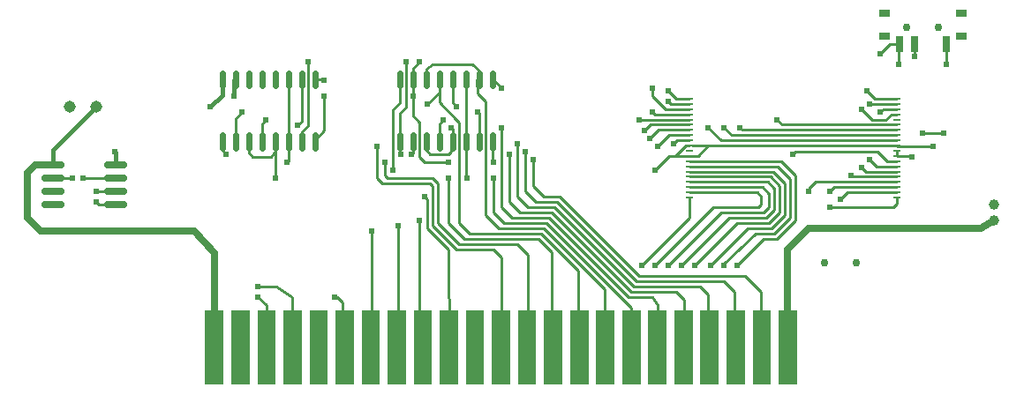
<source format=gtl>
G04 Layer: TopLayer*
G04 EasyEDA v5.9.42, Mon, 13 May 2019 22:36:32 GMT*
G04 18fdc59d78804919a667ee1bdc29a187*
G04 Gerber Generator version 0.2*
G04 Scale: 100 percent, Rotated: No, Reflected: No *
G04 Dimensions in inches *
G04 leading zeros omitted , absolute positions ,2 integer and 4 decimal *
%FSLAX24Y24*%
%MOIN*%
G90*
G70D02*

%ADD10C,0.010000*%
%ADD11C,0.025000*%
%ADD12C,0.015000*%
%ADD13C,0.023622*%
%ADD14C,0.027559*%
%ADD15C,0.024400*%
%ADD16R,0.027560X0.007870*%
%ADD17R,0.039400X0.031500*%
%ADD18R,0.027600X0.059100*%
%ADD19C,0.039370*%
%ADD20C,0.045000*%
%ADD21C,0.030000*%

%LPD*%
G54D10*
G01X18351Y9354D02*
G01X18351Y11694D01*
G01X11651Y9354D02*
G01X11651Y9974D01*
G01X11651Y9974D02*
G01X11651Y11694D01*
G01X11151Y9354D02*
G01X11151Y7974D01*
G01X17351Y11694D02*
G01X17351Y10834D01*
G01X18011Y10174D01*
G01X18111Y10074D01*
G01X18111Y6274D01*
G01X18511Y5874D01*
G01X21211Y5874D01*
G01X22611Y4474D01*
G01X22611Y1600D01*
G01X22637Y1574D01*
G01X18851Y11694D02*
G01X18759Y11694D01*
G01X18802Y11183D01*
G01X19111Y10874D01*
G01X19111Y8774D01*
G01X19111Y8374D01*
G01X19111Y6574D01*
G01X19611Y6074D01*
G01X21311Y6074D01*
G01X23611Y3774D01*
G01X23611Y1584D01*
G01X23621Y1574D01*
G01X19411Y7974D02*
G01X19411Y6674D01*
G01X19411Y6674D01*
G01X19811Y6274D01*
G01X21411Y6274D01*
G01X24611Y3074D01*
G01X24605Y1574D01*
G01X25590Y1574D02*
G01X25611Y3174D01*
G01X25411Y3474D01*
G01X24511Y3474D01*
G01X21511Y6474D01*
G01X20111Y6474D01*
G01X19711Y6874D01*
G01X19711Y9874D01*
G01X26574Y1574D02*
G01X26611Y1574D01*
G01X26611Y3374D01*
G01X26311Y3674D01*
G01X24611Y3674D01*
G01X21611Y6674D01*
G01X20411Y6674D01*
G01X20011Y7074D01*
G01X20011Y8874D01*
G01X5141Y7474D02*
G01X4411Y7474D01*
G01X34646Y8415D02*
G01X33870Y8415D01*
G01X33611Y8674D01*
G01X34646Y8218D02*
G01X33467Y8218D01*
G01X33311Y8374D01*
G01X34646Y8021D02*
G01X32964Y8021D01*
G01X32911Y8074D01*
G01X34646Y7627D02*
G01X32264Y7627D01*
G01X32111Y7474D01*
G01X34646Y10974D02*
G01X33811Y10974D01*
G01X33511Y11274D01*
G01X34646Y10778D02*
G01X33614Y10778D01*
G01X33611Y10774D01*
G01X12651Y11694D02*
G01X12991Y11694D01*
G01X13011Y11674D01*
G01X26811Y10974D02*
G01X26311Y10974D01*
G01X26011Y11274D01*
G01X26811Y10383D02*
G01X25502Y10383D01*
G01X25411Y10474D01*
G01X26811Y10187D02*
G01X24924Y10187D01*
G01X24911Y10174D01*
G01X10151Y9354D02*
G01X10151Y8934D01*
G01X10311Y8774D01*
G01X10911Y8774D01*
G01X11011Y8774D01*
G01X11151Y8994D01*
G01X10651Y9354D02*
G01X10651Y10014D01*
G01X10811Y10174D01*
G01X17851Y11694D02*
G01X17851Y10834D01*
G01X18011Y10674D01*
G01X18851Y9354D02*
G01X18851Y10434D01*
G01X18811Y10474D01*
G01X16851Y9354D02*
G01X16851Y9034D01*
G01X17011Y8874D01*
G01X17711Y8874D01*
G01X17811Y8974D01*
G01X17811Y9314D01*
G01X17851Y9354D01*
G01X17351Y9354D02*
G01X17351Y10014D01*
G01X17511Y10174D01*
G01X9651Y9354D02*
G01X9651Y10214D01*
G01X9911Y10474D01*
G01X17351Y11694D02*
G01X17351Y11214D01*
G01X16911Y10774D01*
G01X9151Y9354D02*
G01X9151Y9034D01*
G01X9311Y8874D01*
G01X15851Y9354D02*
G01X15851Y8934D01*
G01X15911Y8874D01*
G01X26811Y9399D02*
G01X26336Y9399D01*
G01X26211Y9274D01*
G01X26811Y8415D02*
G01X30129Y8415D01*
G01X30611Y7933D01*
G01X30611Y6474D01*
G01X30011Y5874D01*
G01X29311Y5874D01*
G01X28111Y4733D01*
G01X26811Y8218D02*
G01X29967Y8218D01*
G01X30411Y7774D01*
G01X30411Y6574D01*
G01X29911Y6074D01*
G01X29011Y6074D01*
G01X27611Y4674D01*
G01X26811Y8021D02*
G01X29864Y8021D01*
G01X30211Y7674D01*
G01X30211Y6674D01*
G01X29811Y6274D01*
G01X28611Y6274D01*
G01X27011Y4674D01*
G01X26811Y7825D02*
G01X29761Y7825D01*
G01X30011Y7574D01*
G01X30011Y6774D01*
G01X29711Y6474D01*
G01X28311Y6474D01*
G01X26511Y4674D01*
G01X26811Y7628D02*
G01X29558Y7628D01*
G01X29811Y7374D01*
G01X29811Y6874D01*
G01X29611Y6674D01*
G01X28011Y6674D01*
G01X26011Y4674D01*
G01X26811Y7431D02*
G01X29355Y7431D01*
G01X29511Y7274D01*
G01X29511Y6974D01*
G01X29411Y6874D01*
G01X27711Y6874D01*
G01X25511Y4674D01*
G01X26811Y7234D02*
G01X26811Y6474D01*
G01X25011Y4674D01*
G01X26811Y8612D02*
G01X30273Y8612D01*
G01X30811Y8074D01*
G01X30811Y6374D01*
G01X30111Y5674D01*
G01X29611Y5674D01*
G01X29511Y5574D01*
G01X28611Y4674D01*
G01X34646Y7431D02*
G01X32768Y7431D01*
G01X32511Y7174D01*
G01X34646Y7234D02*
G01X34646Y7009D01*
G01X34511Y6874D01*
G01X32111Y6874D01*
G01X34646Y7824D02*
G01X31561Y7824D01*
G01X31311Y7574D01*
G01X31311Y7474D01*
G01X35311Y12574D02*
G01X35311Y12934D01*
G01X34646Y9990D02*
G01X30295Y9990D01*
G01X30111Y10174D01*
G01X34746Y9203D02*
G01X28811Y9203D01*
G01X28811Y9203D02*
G01X26911Y9203D01*
G01X26811Y8809D02*
G01X27118Y8809D01*
G01X27511Y9203D01*
G01X34646Y8612D02*
G01X34273Y8612D01*
G01X33911Y8974D01*
G01X30811Y8974D01*
G01X30711Y8874D01*
G01X34646Y9006D02*
G01X34646Y8809D01*
G01X34646Y8809D02*
G01X35211Y8809D01*
G01X35211Y8774D01*
G01X34646Y9202D02*
G01X34674Y9174D01*
G01X36011Y9174D01*
G54D11*
G01X8858Y1574D02*
G01X8858Y5128D01*
G01X8111Y5974D01*
G01X2311Y5974D01*
G01X1811Y6474D01*
G01X1811Y8174D01*
G01X2111Y8474D01*
G01X2761Y8474D01*
G54D12*
G01X2761Y8474D02*
G01X2761Y9024D01*
G01X4411Y10674D01*
G01X5141Y8474D02*
G01X5141Y8944D01*
G01X5111Y8974D01*
G01X9151Y11694D02*
G01X9151Y11114D01*
G01X8711Y10674D01*
G54D10*
G01X16351Y11694D02*
G01X16351Y11074D01*
G01X19351Y9354D02*
G01X19351Y8634D01*
G01X19411Y8574D01*
G01X26811Y10777D02*
G01X26108Y10777D01*
G01X26011Y10874D01*
G01X26811Y8809D02*
G01X26046Y8809D01*
G01X25511Y8274D01*
G01X26811Y9203D02*
G01X26672Y9203D01*
G01X26278Y8809D01*
G54D11*
G01X30511Y1574D02*
G01X30511Y5274D01*
G01X31311Y6074D01*
G01X37811Y6074D01*
G01X38311Y6374D01*
G54D10*
G01X34711Y12274D02*
G01X34711Y13024D01*
G01X34721Y13034D01*
G01X17711Y7974D02*
G01X17711Y6274D01*
G01X18311Y5674D01*
G01X21111Y5674D01*
G01X21611Y5174D01*
G01X21611Y1616D01*
G01X21653Y1574D01*
G01X15311Y8574D02*
G01X15311Y8074D01*
G01X15411Y7974D01*
G01X17011Y7974D01*
G01X17111Y7974D01*
G01X17311Y7774D01*
G01X17311Y6274D01*
G01X18111Y5474D01*
G01X20311Y5474D01*
G01X20711Y5074D01*
G01X20711Y1614D01*
G01X20669Y1574D01*
G01X15011Y9174D02*
G01X15011Y7974D01*
G01X15211Y7774D01*
G01X17011Y7774D01*
G01X17111Y7674D01*
G01X17111Y6174D01*
G01X18011Y5274D01*
G01X19411Y5274D01*
G01X19711Y4974D01*
G01X19711Y1601D01*
G01X19684Y1574D01*
G01X16611Y6374D02*
G01X16611Y1695D01*
G01X16732Y1574D01*
G01X15811Y6174D02*
G01X15811Y1638D01*
G01X15747Y1574D01*
G01X14811Y5974D02*
G01X14811Y1622D01*
G01X14763Y1574D01*
G01X10826Y1574D02*
G01X10826Y3159D01*
G01X10511Y3474D01*
G01X2761Y7974D02*
G01X3511Y7974D01*
G01X3911Y7974D02*
G01X5141Y7974D01*
G01X11811Y1574D02*
G01X11811Y3475D01*
G01X11211Y3874D01*
G01X10511Y3874D01*
G54D12*
G01X9611Y11074D02*
G01X9611Y11654D01*
G01X9651Y11694D01*
G54D10*
G01X34646Y9793D02*
G01X28792Y9793D01*
G01X28711Y9874D01*
G01X34646Y9596D02*
G01X28389Y9596D01*
G01X28111Y9874D01*
G01X34646Y9400D02*
G01X27986Y9400D01*
G01X27511Y9874D01*
G01X17716Y1574D02*
G01X17711Y5274D01*
G01X16911Y6074D01*
G01X16911Y7174D01*
G01X16811Y7274D01*
G01X34011Y12674D02*
G01X34371Y13034D01*
G01X34721Y13034D01*
G01X17851Y9354D02*
G01X17851Y9834D01*
G01X17811Y9874D01*
G01X16311Y8874D02*
G01X16351Y8914D01*
G01X16351Y9354D01*
G01X19351Y11694D02*
G01X19391Y11694D01*
G01X19711Y11374D01*
G01X16351Y11694D02*
G01X16351Y12114D01*
G01X16611Y12374D01*
G01X13411Y3474D02*
G01X13511Y3474D01*
G01X13711Y3274D01*
G01X13711Y1642D01*
G01X13779Y1574D01*
G01X34646Y10384D02*
G01X34421Y10384D01*
G01X34211Y10174D01*
G01X33711Y10174D01*
G01X33311Y10574D01*
G01X34646Y10581D02*
G01X34118Y10581D01*
G01X34011Y10474D01*
G01X18411Y7974D02*
G01X18351Y8034D01*
G01X18351Y9354D01*
G01X16851Y11694D02*
G01X16851Y12114D01*
G01X17111Y12274D01*
G01X18611Y12274D01*
G01X18851Y12034D01*
G01X18851Y11694D01*
G01X36501Y13034D02*
G01X36501Y12284D01*
G01X36511Y12274D01*
G01X26811Y9990D02*
G01X25327Y9990D01*
G01X25111Y9774D01*
G01X26811Y9793D02*
G01X25630Y9793D01*
G01X25311Y9474D01*
G01X26811Y9596D02*
G01X26033Y9596D01*
G01X25611Y9174D01*
G01X20311Y9274D02*
G01X20311Y7274D01*
G01X20711Y6874D01*
G01X21711Y6874D01*
G01X24711Y3874D01*
G01X27211Y3874D01*
G01X27511Y3574D01*
G01X27511Y1624D01*
G01X27558Y1574D01*
G01X20611Y8974D02*
G01X20611Y7474D01*
G01X21011Y7074D01*
G01X21811Y7074D01*
G01X24811Y4074D01*
G01X28111Y4074D01*
G01X28511Y3674D01*
G01X28511Y1606D01*
G01X28543Y1574D01*
G01X20911Y8674D02*
G01X20911Y7674D01*
G01X21311Y7274D01*
G01X21911Y7274D01*
G01X24911Y4274D01*
G01X28911Y4274D01*
G01X29511Y3674D01*
G01X29511Y1594D01*
G01X29527Y1574D01*
G01X26811Y10581D02*
G01X25905Y10581D01*
G01X25411Y11074D01*
G01X25411Y11374D01*
G01X15851Y9354D02*
G01X15851Y10414D01*
G01X16111Y10674D01*
G01X16111Y12374D01*
G01X12151Y9354D02*
G01X12151Y9714D01*
G01X12411Y9974D01*
G01X12411Y12374D01*
G01X12651Y9354D02*
G01X12651Y9414D01*
G01X13011Y9774D01*
G01X13011Y11074D01*
G01X11651Y9354D02*
G01X11651Y8614D01*
G01X11611Y8574D01*
G01X12011Y9974D02*
G01X12151Y10114D01*
G01X12151Y11694D01*
G01X35611Y9674D02*
G01X36411Y9674D01*
G01X15851Y11694D02*
G01X15851Y10814D01*
G01X15611Y10574D01*
G01X15611Y9374D01*
G01X15611Y8274D01*
G01X5141Y6974D02*
G01X4511Y6974D01*
G01X4411Y7074D01*
G01X16351Y11074D02*
G01X16351Y10334D01*
G01X16611Y10074D01*
G01X16611Y8774D01*
G01X16811Y8574D01*
G01X17711Y8574D01*
G54D13*
G01X19351Y11458D02*
G01X19351Y11931D01*
G01X18851Y11458D02*
G01X18851Y11931D01*
G01X18351Y11458D02*
G01X18351Y11931D01*
G01X17851Y11458D02*
G01X17851Y11931D01*
G01X17351Y11458D02*
G01X17351Y11931D01*
G01X16851Y11458D02*
G01X16851Y11931D01*
G01X16351Y11458D02*
G01X16351Y11931D01*
G01X15851Y11458D02*
G01X15851Y11931D01*
G01X19351Y9118D02*
G01X19351Y9591D01*
G01X18851Y9118D02*
G01X18851Y9591D01*
G01X18351Y9118D02*
G01X18351Y9591D01*
G01X17851Y9118D02*
G01X17851Y9591D01*
G01X17351Y9118D02*
G01X17351Y9591D01*
G01X16851Y9118D02*
G01X16851Y9591D01*
G01X16351Y9118D02*
G01X16351Y9591D01*
G01X15851Y9118D02*
G01X15851Y9591D01*
G01X12651Y11458D02*
G01X12651Y11931D01*
G01X12151Y11458D02*
G01X12151Y11931D01*
G01X11651Y11458D02*
G01X11651Y11931D01*
G01X11151Y11458D02*
G01X11151Y11931D01*
G01X10651Y11458D02*
G01X10651Y11931D01*
G01X10151Y11458D02*
G01X10151Y11931D01*
G01X9651Y11458D02*
G01X9651Y11931D01*
G01X9151Y11458D02*
G01X9151Y11931D01*
G01X12651Y9118D02*
G01X12651Y9591D01*
G01X12151Y9118D02*
G01X12151Y9591D01*
G01X11651Y9118D02*
G01X11651Y9591D01*
G01X11151Y9118D02*
G01X11151Y9591D01*
G01X10651Y9118D02*
G01X10651Y9591D01*
G01X10151Y9118D02*
G01X10151Y9591D01*
G01X9651Y9118D02*
G01X9651Y9591D01*
G01X9151Y9118D02*
G01X9151Y9591D01*
G54D14*
G01X2466Y8474D02*
G01X3056Y8474D01*
G01X2466Y7974D02*
G01X3056Y7974D01*
G01X2466Y7474D02*
G01X3056Y7474D01*
G01X2466Y6974D02*
G01X3056Y6974D01*
G01X4846Y8474D02*
G01X5436Y8474D01*
G01X4846Y7974D02*
G01X5436Y7974D01*
G01X4846Y7474D02*
G01X5436Y7474D01*
G01X4846Y6974D02*
G01X5436Y6974D01*
G54D16*
G01X26811Y10974D03*
G01X26811Y10778D03*
G01X26811Y10581D03*
G01X26811Y10384D03*
G01X26811Y10187D03*
G01X26811Y9990D03*
G01X26811Y9793D03*
G01X26811Y9596D03*
G01X26811Y9400D03*
G01X26811Y9203D03*
G01X26811Y9006D03*
G01X26811Y8809D03*
G01X26811Y8612D03*
G01X26811Y8415D03*
G01X26811Y8218D03*
G01X26811Y8022D03*
G01X26811Y7825D03*
G01X26811Y7628D03*
G01X26811Y7431D03*
G01X26811Y7234D03*
G01X34646Y7234D03*
G01X34646Y7431D03*
G01X34646Y7628D03*
G01X34646Y7825D03*
G01X34646Y8022D03*
G01X34646Y8218D03*
G01X34646Y8415D03*
G01X34646Y8612D03*
G01X34646Y8809D03*
G01X34646Y9006D03*
G01X34646Y9203D03*
G01X34646Y9400D03*
G01X34646Y9596D03*
G01X34646Y9793D03*
G01X34646Y9990D03*
G01X34646Y10187D03*
G01X34646Y10384D03*
G01X34646Y10581D03*
G01X34646Y10778D03*
G01X34646Y10974D03*
G36*
G01X30167Y2981D02*
G01X30856Y2981D01*
G01X30856Y166D01*
G01X30167Y166D01*
G01X30167Y2981D01*
G37*
G36*
G01X29182Y2981D02*
G01X29871Y2981D01*
G01X29871Y166D01*
G01X29182Y166D01*
G01X29182Y2981D01*
G37*
G36*
G01X28198Y2981D02*
G01X28887Y2981D01*
G01X28887Y166D01*
G01X28198Y166D01*
G01X28198Y2981D01*
G37*
G36*
G01X27214Y2981D02*
G01X27903Y2981D01*
G01X27903Y166D01*
G01X27214Y166D01*
G01X27214Y2981D01*
G37*
G36*
G01X26230Y2981D02*
G01X26919Y2981D01*
G01X26919Y166D01*
G01X26230Y166D01*
G01X26230Y2981D01*
G37*
G36*
G01X25245Y2981D02*
G01X25934Y2981D01*
G01X25934Y166D01*
G01X25245Y166D01*
G01X25245Y2981D01*
G37*
G36*
G01X24261Y2981D02*
G01X24950Y2981D01*
G01X24950Y166D01*
G01X24261Y166D01*
G01X24261Y2981D01*
G37*
G36*
G01X23277Y2981D02*
G01X23966Y2981D01*
G01X23966Y166D01*
G01X23277Y166D01*
G01X23277Y2981D01*
G37*
G36*
G01X22293Y2981D02*
G01X22982Y2981D01*
G01X22982Y166D01*
G01X22293Y166D01*
G01X22293Y2981D01*
G37*
G36*
G01X21308Y2981D02*
G01X21997Y2981D01*
G01X21997Y166D01*
G01X21308Y166D01*
G01X21308Y2981D01*
G37*
G36*
G01X20324Y2981D02*
G01X21013Y2981D01*
G01X21013Y166D01*
G01X20324Y166D01*
G01X20324Y2981D01*
G37*
G36*
G01X19340Y2981D02*
G01X20029Y2981D01*
G01X20029Y166D01*
G01X19340Y166D01*
G01X19340Y2981D01*
G37*
G36*
G01X18356Y2981D02*
G01X19045Y2981D01*
G01X19045Y166D01*
G01X18356Y166D01*
G01X18356Y2981D01*
G37*
G36*
G01X17371Y2981D02*
G01X18060Y2981D01*
G01X18060Y166D01*
G01X17371Y166D01*
G01X17371Y2981D01*
G37*
G36*
G01X16387Y2981D02*
G01X17076Y2981D01*
G01X17076Y166D01*
G01X16387Y166D01*
G01X16387Y2981D01*
G37*
G36*
G01X15403Y2981D02*
G01X16092Y2981D01*
G01X16092Y166D01*
G01X15403Y166D01*
G01X15403Y2981D01*
G37*
G36*
G01X14419Y2981D02*
G01X15108Y2981D01*
G01X15108Y166D01*
G01X14419Y166D01*
G01X14419Y2981D01*
G37*
G36*
G01X13434Y2981D02*
G01X14123Y2981D01*
G01X14123Y166D01*
G01X13434Y166D01*
G01X13434Y2981D01*
G37*
G36*
G01X12450Y2981D02*
G01X13139Y2981D01*
G01X13139Y166D01*
G01X12450Y166D01*
G01X12450Y2981D01*
G37*
G36*
G01X11466Y2981D02*
G01X12155Y2981D01*
G01X12155Y166D01*
G01X11466Y166D01*
G01X11466Y2981D01*
G37*
G36*
G01X10482Y2981D02*
G01X11171Y2981D01*
G01X11171Y166D01*
G01X10482Y166D01*
G01X10482Y2981D01*
G37*
G36*
G01X9497Y2981D02*
G01X10186Y2981D01*
G01X10186Y166D01*
G01X9497Y166D01*
G01X9497Y2981D01*
G37*
G36*
G01X8513Y2981D02*
G01X9202Y2981D01*
G01X9202Y166D01*
G01X8513Y166D01*
G01X8513Y2981D01*
G37*
G54D17*
G01X37071Y14204D03*
G01X37071Y13344D03*
G01X34151Y13344D03*
G01X34151Y14204D03*
G54D18*
G01X36501Y13034D03*
G01X35311Y13034D03*
G01X34721Y13034D03*
G54D19*
G01X38311Y6374D03*
G01X38311Y6965D03*
G54D20*
G01X3411Y10674D03*
G01X4411Y10674D03*
G54D21*
G01X35011Y13674D03*
G01X36211Y13674D03*
G01X31911Y4774D03*
G01X33111Y4774D03*
G54D15*
G01X4411Y7074D03*
G01X4411Y7474D03*
G01X30711Y8874D03*
G01X33611Y8674D03*
G01X33311Y8374D03*
G01X32911Y8074D03*
G01X32111Y7474D03*
G01X32111Y6874D03*
G01X33511Y11274D03*
G01X33611Y10774D03*
G01X12411Y12374D03*
G01X13011Y11674D03*
G01X26011Y11274D03*
G01X26011Y10874D03*
G01X25411Y10474D03*
G01X24911Y10174D03*
G01X10811Y10174D03*
G01X18011Y10674D03*
G01X18811Y10474D03*
G01X17511Y10174D03*
G01X9911Y10474D03*
G01X16911Y10774D03*
G01X15911Y8874D03*
G01X9311Y8874D03*
G01X26211Y9274D03*
G01X25011Y4674D03*
G01X25511Y4674D03*
G01X26011Y4674D03*
G01X26511Y4674D03*
G01X27011Y4674D03*
G01X27611Y4674D03*
G01X28111Y4674D03*
G01X28611Y4674D03*
G01X31311Y7474D03*
G01X32511Y7174D03*
G01X13411Y3474D03*
G01X30111Y10174D03*
G01X5111Y8974D03*
G01X13011Y11074D03*
G01X17711Y8574D03*
G01X19411Y8574D03*
G01X25511Y8274D03*
G01X15611Y8274D03*
G01X35211Y8774D03*
G01X34711Y12274D03*
G01X2111Y8474D03*
G01X35311Y12574D03*
G01X8711Y10674D03*
G01X17711Y7974D03*
G01X11151Y7974D03*
G01X15311Y8574D03*
G01X15011Y9174D03*
G01X33311Y10574D03*
G01X10511Y3474D03*
G01X10511Y3874D03*
G01X3511Y7974D03*
G01X3911Y7974D03*
G01X9611Y11074D03*
G01X14811Y5974D03*
G01X15811Y6174D03*
G01X16611Y6374D03*
G01X28711Y9874D03*
G01X28111Y9874D03*
G01X27511Y9874D03*
G01X16811Y7274D03*
G01X34011Y12674D03*
G01X17811Y9874D03*
G01X19711Y9874D03*
G01X16311Y8874D03*
G01X20011Y8874D03*
G01X25411Y11374D03*
G01X19711Y11374D03*
G01X16611Y12374D03*
G01X16351Y11074D03*
G01X34011Y10474D03*
G01X19411Y7974D03*
G01X18411Y7974D03*
G01X36011Y9174D03*
G01X36511Y12274D03*
G01X20311Y9274D03*
G01X20611Y8974D03*
G01X20911Y8674D03*
G01X25111Y9774D03*
G01X25311Y9474D03*
G01X25611Y9174D03*
G01X16111Y12374D03*
G01X11611Y8574D03*
G01X12011Y9974D03*
G01X35611Y9674D03*
G01X36411Y9674D03*
M00*
M02*

</source>
